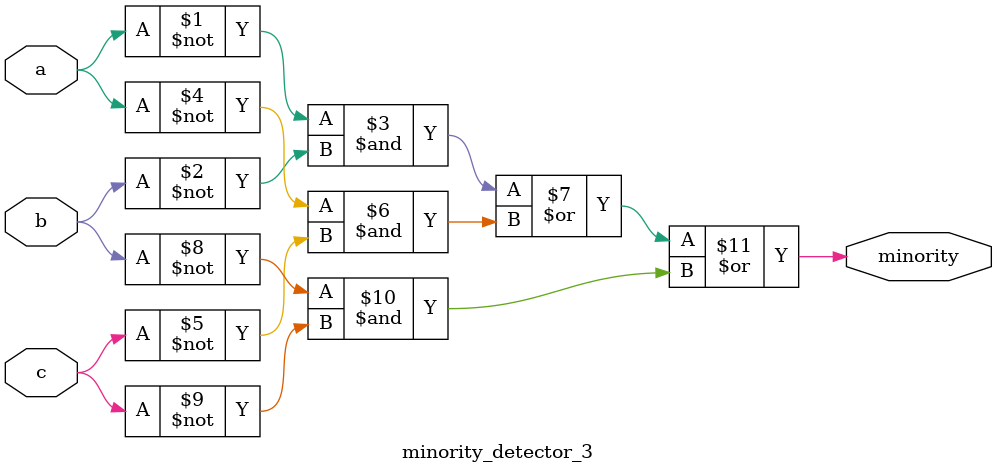
<source format=v>
module minority_detector_3 (
    input  wire a,
    input  wire b,
    input  wire c,
    output wire minority
);
    assign minority = (~a & ~b) | (~a & ~c) | (~b & ~c);
endmodule

</source>
